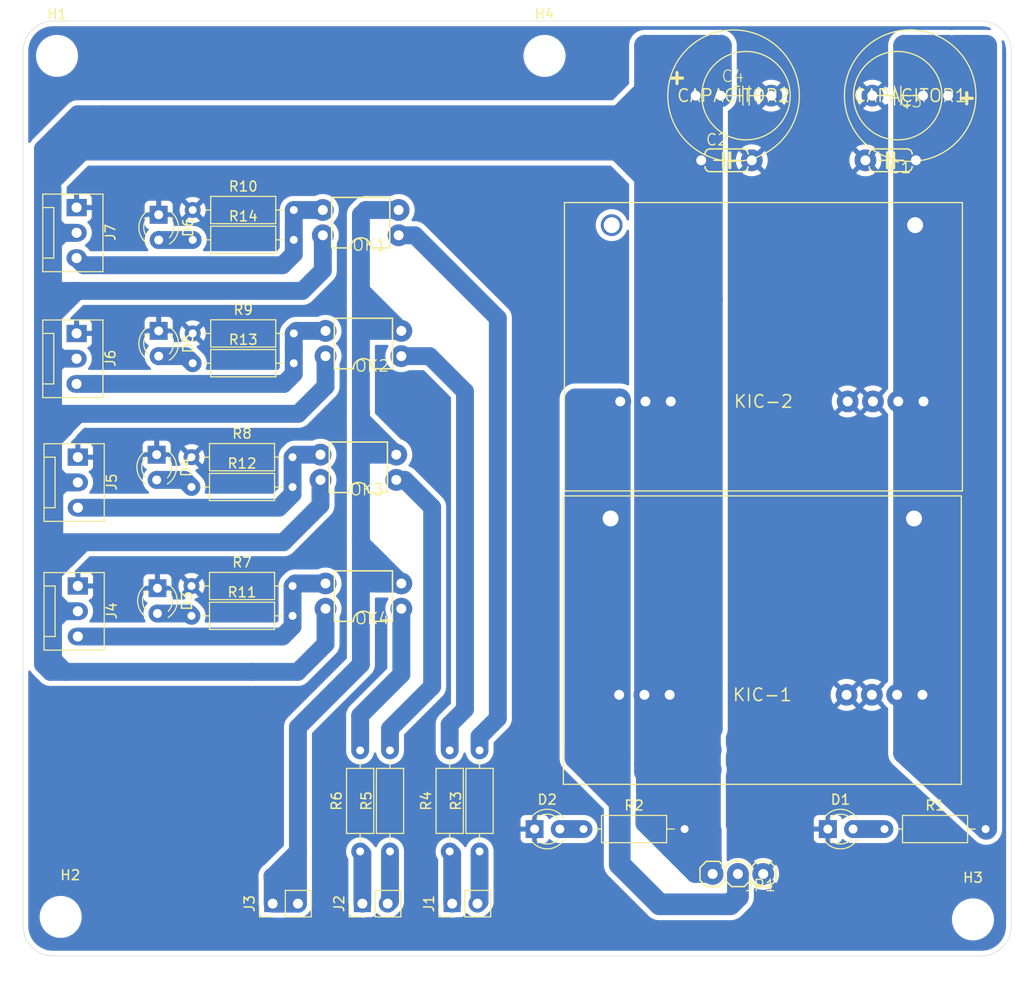
<source format=kicad_pcb>
(kicad_pcb (version 20211014) (generator pcbnew)
  (layers (0 "F.Cu" signal) (31 "B.Cu" signal) (34 "B.Paste" user) (35 "F.Paste" user) (36 "B.SilkS" user "B.Silkscreen") (37 "F.SilkS" user "F.Silkscreen") (38 "B.Mask" user) (39 "F.Mask" user) (44 "Edge.Cuts" user))
  (net 0 "")
  (net 1 "+24V")
  (net 2 "GND")
  (net 3 "ADJ")
  (net 4 "S1")
  (net 5 "S2")
  (net 6 "S3")
  (net 7 "S4")
  (net 8 "GND12")
  (net 9 "Net-(D1-Pad2)")
  (net 10 "Net-(D2-Pad2)")
  (net 11 "Net-(D3-Pad2)")
  (net 12 "Net-(D4-Pad2)")
  (net 13 "Net-(D5-Pad2)")
  (net 14 "Net-(D6-Pad2)")
  (net 15 "SS1")
  (net 16 "SS2")
  (net 17 "SS3")
  (net 18 "SS4")
  (net 19 "Net-(OK1-Pad1)")
  (net 20 "Net-(OK3-Pad1)")
  (net 21 "Net-(OK4-Pad1)")
  (net 22 "+5V")
  (net 23 "Net-(R4-Pad2)")
  (footprint "Resistor_THT:R_Axial_DIN0207_L6.3mm_D2.5mm_P10.16mm_Horizontal" (layer "F.Cu") (at 155.17 139.25)
    (fp_text reference "R2")
    (fp_text value "1k")
  )
  (footprint "Connector_PinHeader_2.54mm:PinHeader_1x02_P2.54mm_Vertical" (layer "F.Cu") (at 132.943 146.75 90)
    (fp_text reference "J2")
    (fp_text value "Conn_01x02")
  )
  (footprint "MountingHole:MountingHole_3.2mm_M3" (layer "F.Cu") (at 102.616 148.082)
    (fp_text reference "H2")
    (fp_text value "MountingHole")
  )
  (footprint "Resistor_THT:R_Axial_DIN0207_L6.3mm_D2.5mm_P10.16mm_Horizontal" (layer "F.Cu") (at 185.42 139.25)
    (fp_text reference "R1")
    (fp_text value "2.2k")
  )
  (footprint "Resistor_THT:R_Axial_DIN0207_L6.3mm_D2.5mm_P10.16mm_Horizontal" (layer "F.Cu") (at 115.766 114.808)
    (fp_text reference "R7")
    (fp_text value "500")
  )
  (footprint "Resistor_THT:R_Axial_DIN0207_L6.3mm_D2.5mm_P10.16mm_Horizontal" (layer "F.Cu") (at 115.766 104.854)
    (fp_text reference "R12")
    (fp_text value "300")
  )
  (footprint "untitled:MLCC_50" (layer "F.Cu") (at 169.54 72)
    (fp_text reference "C2")
    (fp_text value "MLCC-5")
  )
  (footprint "Resistor_THT:R_Axial_DIN0207_L6.3mm_D2.5mm_P10.16mm_Horizontal" (layer "F.Cu") (at 115.888 80)
    (fp_text reference "R14")
    (fp_text value "300")
  )
  (footprint "untitled:KIC-053" (layer "F.Cu") (at 173.25 96.25)
    (fp_text reference "KIC-2")
    (fp_text value "KIC-053")
  )
  (footprint "LED_THT:LED_D3.0mm" (layer "F.Cu") (at 112.268 101.6 -90)
    (fp_text reference "D4")
    (fp_text value "LED")
  )
  (footprint "Connector_PinHeader_2.54mm:PinHeader_1x02_P2.54mm_Vertical" (layer "F.Cu") (at 141.968 146.75 90)
    (fp_text reference "J1")
    (fp_text value "Conn_01x02")
  )
  (footprint "Resistor_THT:R_Axial_DIN0207_L6.3mm_D2.5mm_P10.16mm_Horizontal" (layer "F.Cu") (at 132.718 141.5 90)
    (fp_text reference "R6")
    (fp_text value "230")
  )
  (footprint "untitled:1X03" (layer "F.Cu") (at 170.688 143.764 180)
    (fp_text reference "JP1")
    (fp_text value "PINHD-1X3")
  )
  (footprint "LED_THT:LED_D3.0mm" (layer "F.Cu") (at 112.468 89.154 -90)
    (fp_text reference "D5")
    (fp_text value "LED")
  )
  (footprint "Resistor_THT:R_Axial_DIN0207_L6.3mm_D2.5mm_P10.16mm_Horizontal" (layer "F.Cu") (at 115.766 117.808)
    (fp_text reference "R11")
    (fp_text value "300")
  )
  (footprint "untitled:DIP4" (layer "F.Cu") (at 132.778 78.27 90)
    (fp_text reference "OK1")
    (fp_text value "TLP621")
  )
  (footprint "untitled:DIP4" (layer "F.Cu") (at 132.54 102.87 90)
    (fp_text reference "OK3")
    (fp_text value "TLP621")
  )
  (footprint "untitled:C_330U" (layer "F.Cu") (at 186.75 65.5 180)
    (fp_text reference "C3")
    (fp_text value "CAPACITOR-330U")
  )
  (footprint "Connector:FanPinHeader_1x03_P2.54mm_Vertical" (layer "F.Cu") (at 104.218 76.75 -90)
    (fp_text reference "J7")
    (fp_text value "0103")
  )
  (footprint "untitled:KIC-053" (layer "F.Cu") (at 173.14 125.75)
    (fp_text reference "KIC-1")
    (fp_text value "KIC-053")
  )
  (footprint "MountingHole:MountingHole_3.2mm_M3" (layer "F.Cu") (at 151.25 61.5)
    (fp_text reference "H4")
    (fp_text value "MountingHole")
  )
  (footprint "untitled:MLCC_50" (layer "F.Cu") (at 186.04 72 180)
    (fp_text reference "C1")
    (fp_text value "MLCC-5")
  )
  (footprint "Resistor_THT:R_Axial_DIN0207_L6.3mm_D2.5mm_P10.16mm_Horizontal" (layer "F.Cu") (at 115.888 92.408)
    (fp_text reference "R13")
    (fp_text value "300")
  )
  (footprint "Connector:FanPinHeader_1x03_P2.54mm_Vertical" (layer "F.Cu") (at 104.346 114.808 -90)
    (fp_text reference "J4")
    (fp_text value "0103")
  )
  (footprint "MountingHole:MountingHole_3.2mm_M3" (layer "F.Cu") (at 194.31 148.336)
    (fp_text reference "H3")
    (fp_text value "MountingHole")
  )
  (footprint "Resistor_THT:R_Axial_DIN0207_L6.3mm_D2.5mm_P10.16mm_Horizontal" (layer "F.Cu") (at 115.888 89.408)
    (fp_text reference "R9")
    (fp_text value "500")
  )
  (footprint "untitled:CAPACITOR" (layer "F.Cu") (at 170.25 65.5 180)
    (fp_text reference "CAPACITOR2")
    (fp_text value "CAPACITOR")
  )
  (footprint "Connector_PinHeader_2.54mm:PinHeader_1x02_P2.54mm_Vertical" (layer "F.Cu") (at 123.928 146.75 90)
    (fp_text reference "J3")
    (fp_text value "Conn_01x02")
  )
  (footprint "untitled:DIP4" (layer "F.Cu") (at 133.048 115.824 90)
    (fp_text reference "OK4")
    (fp_text value "TLP621")
  )
  (footprint "untitled:CAPACITOR" (layer "F.Cu") (at 188 65.5)
    (fp_text reference "CAPACITOR1")
    (fp_text value "CAPACITOR")
  )
  (footprint "Connector:FanPinHeader_1x03_P2.54mm_Vertical" (layer "F.Cu") (at 104.346 101.854 -90)
    (fp_text reference "J5")
    (fp_text value "0103")
  )
  (footprint "Resistor_THT:R_Axial_DIN0207_L6.3mm_D2.5mm_P10.16mm_Horizontal" (layer "F.Cu") (at 115.888 77)
    (fp_text reference "R10")
    (fp_text value "500")
  )
  (footprint "LED_THT:LED_D3.0mm" (layer "F.Cu") (at 150.25 139.25)
    (fp_text reference "D2")
    (fp_text value "LED")
  )
  (footprint "Resistor_THT:R_Axial_DIN0207_L6.3mm_D2.5mm_P10.16mm_Horizontal" (layer "F.Cu") (at 141.718 141.5 90)
    (fp_text reference "R4")
    (fp_text value "230")
  )
  (footprint "Resistor_THT:R_Axial_DIN0207_L6.3mm_D2.5mm_P10.16mm_Horizontal" (layer "F.Cu") (at 144.718 141.5 90)
    (fp_text reference "R3")
    (fp_text value "230")
  )
  (footprint "LED_THT:LED_D3.0mm" (layer "F.Cu") (at 112.468 77.475 -90)
    (fp_text reference "D6")
    (fp_text value "LED")
  )
  (footprint "LED_THT:LED_D3.0mm" (layer "F.Cu") (at 179.725 139.25)
    (fp_text reference "D1")
    (fp_text value "LED")
  )
  (footprint "untitled:DIP4" (layer "F.Cu") (at 133.048 90.424 90)
    (fp_text reference "OK2")
    (fp_text value "TLP621")
  )
  (footprint "LED_THT:LED_D3.0mm" (layer "F.Cu") (at 112.346 115.033 -90)
    (fp_text reference "D3")
    (fp_text value "LED")
  )
  (footprint "Resistor_THT:R_Axial_DIN0207_L6.3mm_D2.5mm_P10.16mm_Horizontal" (layer "F.Cu") (at 115.766 101.854)
    (fp_text reference "R8")
    (fp_text value "500")
  )
  (footprint "MountingHole:MountingHole_3.2mm_M3" (layer "F.Cu") (at 102.25 61.5)
    (fp_text reference "H1")
    (fp_text value "MountingHole")
  )
  (footprint "Resistor_THT:R_Axial_DIN0207_L6.3mm_D2.5mm_P10.16mm_Horizontal" (layer "F.Cu") (at 135.718 141.5 90)
    (fp_text reference "R5")
    (fp_text value "230")
  )
  (footprint "untitled:C_330U" (layer "F.Cu") (at 171.5 65.5)
    (fp_text reference "C4")
    (fp_text value "CAPACITOR-330U")
  )
  (footprint "Connector:FanPinHeader_1x03_P2.54mm_Vertical" (layer "F.Cu") (at 104.218 89.408 -90)
    (fp_text reference "J6")
    (fp_text value "0103")
  )
  (gr_line (start 198.1511 149.0036) (end 198.1511 61.0036) (layer "Edge.Cuts") (width 0.05))
  (gr_arc (start 198.1511 149.0036) (mid 197.27242 151.12492) (end 195.1511 152.0036) (layer "Edge.Cuts") (width 0.05))
  (gr_arc (start 98.8511 61.0036) (mid 99.72978 58.88228) (end 101.8511 58.0036) (layer "Edge.Cuts") (width 0.05))
  (gr_line (start 195.1511 58.0036) (end 101.8511 58.0036) (layer "Edge.Cuts") (width 0.05))
  (gr_arc (start 101.8511 152.0036) (mid 99.72978 151.12492) (end 98.8511 149.0036) (layer "Edge.Cuts") (width 0.05))
  (gr_arc (start 195.1511 58.0036) (mid 197.27242 58.88228) (end 198.1511 61.0036) (layer "Edge.Cuts") (width 0.05))
  (gr_line (start 101.8511 152.0036) (end 195.1511 152.0036) (layer "Edge.Cuts") (width 0.05))
  (gr_line (start 98.8511 61.0036) (end 98.8511 149.0036) (layer "Edge.Cuts") (width 0.05))
  (segment (start 189.9261 60.4836) (end 189.9261 61.1186) (width 2.1844) (layer "B.Cu") (net 1))
  (segment (start 189.9261 61.1186) (end 190.5611 61.7536) (width 2.1844) (layer "B.Cu") (net 1))
  (segment (start 186.9661 125.6036) (end 186.9661 96.0436) (width 0.4064) (layer "B.Cu") (net 1))
  (segment (start 195.6411 60.4836) (end 193.7361 60.4836) (width 2.1844) (layer "B.Cu") (net 1))
  (segment (start 190.5611 66.8336) (end 189.2911 65.5636) (width 0.4064) (layer "B.Cu") (net 1))
  (segment (start 188.5611 71.9136) (end 190.5611 66.8336) (width 0.4064) (layer "B.Cu") (net 1))
  (segment (start 187.3861 131.6036) (end 186.7511 131.6036) (width 0.4064) (layer "B.Cu") (net 1))
  (segment (start 190.5611 132.8736) (end 191.8311 134.1436) (width 2.1844) (layer "B.Cu") (net 1))
  (segment (start 191.8311 63.0236) (end 189.2911 60.4836) (width 2.1844) (layer "B.Cu") (net 1))
  (segment (start 193.7361 60.4836) (end 193.7361 134.7786) (width 2.1844) (layer "B.Cu") (net 1))
  (segment (start 190.5611 61.7536) (end 191.8311 65.5636) (width 0.4064) (layer "B.Cu") (net 1))
  (segment (start 193.7361 134.7786) (end 194.3711 135.4136) (width 2.1844) (layer "B.Cu") (net 1))
  (segment (start 189.2911 63.0236) (end 190.5611 61.7536) (width 0.4064) (layer "B.Cu") (net 1))
  (segment (start 191.8311 65.5636) (end 191.8311 134.1436) (width 2.1844) (layer "B.Cu") (net 1))
  (segment (start 189.5061 72.9686) (end 188.5611 71.9136) (width 0.4064) (layer "B.Cu") (net 1))
  (segment (start 189.5061 96.0436) (end 189.5061 72.9686) (width 0.4064) (layer "B.Cu") (net 1))
  (segment (start 189.2911 60.4836) (end 189.9261 60.4836) (width 2.1844) (layer "B.Cu") (net 1))
  (segment (start 195.6411 137.7386) (end 189.5061 125.6036) (width 0.4064) (layer "B.Cu") (net 1))
  (segment (start 195.6411 137.9536) (end 195.6411 60.4836) (width 2.1844) (layer "B.Cu") (net 1))
  (segment (start 195.6411 139.2236) (end 195.6411 137.9536) (width 2.1844) (layer "B.Cu") (net 1))
  (segment (start 186.7511 96.0436) (end 186.9661 96.0436) (width 0.4064) (layer "B.Cu") (net 1))
  (segment (start 189.2911 65.5636) (end 189.2911 63.0236) (width 0.4064) (layer "B.Cu") (net 1))
  (segment (start 191.8311 134.1436) (end 195.6411 137.9536) (width 2.1844) (layer "B.Cu") (net 1))
  (segment (start 195.6411 137.9536) (end 195.6411 137.7386) (width 0.4064) (layer "B.Cu") (net 1))
  (segment (start 189.9261 60.4836) (end 191.8311 65.5636) (width 2.1844) (layer "B.Cu") (net 1))
  (segment (start 189.29 65.5) (end 191.7675 65.5) (width 1.8) (layer "B.Cu") (net 1))
  (segment (start 187.3861 131.6036) (end 195.6411 139.2236) (width 2.1844) (layer "B.Cu") (net 1))
  (segment (start 186.9661 96.2586) (end 186.7511 96.0436) (width 0.4064) (layer "B.Cu") (net 1))
  (segment (start 187.3861 131.6036) (end 187.3861 60.4836) (width 2.1844) (layer "B.Cu") (net 1))
  (segment (start 190.5611 61.7536) (end 190.5611 132.8736) (width 2.1844) (layer "B.Cu") (net 1))
  (segment (start 191.7675 65.5) (end 191.8311 65.5636) (width 1.8) (layer "B.Cu") (net 1))
  (segment (start 189.2911 131.6036) (end 187.3861 131.6036) (width 2.1844) (layer "B.Cu") (net 1))
  (segment (start 189.2911 96.0436) (end 189.2911 131.6036) (width 0.4064) (layer "B.Cu") (net 1))
  (segment (start 189.2911 61.1186) (end 189.9261 60.4836) (width 2.1844) (layer "B.Cu") (net 1))
  (segment (start 189.2911 96.0436) (end 189.5061 96.0436) (width 0.4064) (layer "B.Cu") (net 1))
  (segment (start 189.9261 60.4836) (end 191.8311 60.4836) (width 2.1844) (layer "B.Cu") (net 1))
  (segment (start 186.9661 125.6036) (end 186.9661 96.2586) (width 0.4064) (layer "B.Cu") (net 1))
  (segment (start 187.3861 60.4836) (end 189.2911 60.4836) (width 2.1844) (layer "B.Cu") (net 1))
  (segment (start 192.4661 60.4836) (end 193.7361 60.4836) (width 2.1844) (layer "B.Cu") (net 1))
  (segment (start 186.9661 96.0436) (end 189.2911 96.0436) (width 0.4064) (layer "B.Cu") (net 1))
  (segment (start 194.3711 68.1036) (end 191.8311 63.0236) (width 2.1844) (layer "B.Cu") (net 1))
  (segment (start 191.8311 60.4836) (end 191.8311 63.0236) (width 2.1844) (layer "B.Cu") (net 1))
  (segment (start 190.5611 132.8736) (end 189.2911 131.6036) (width 2.1844) (layer "B.Cu") (net 1))
  (segment (start 189.2911 131.6036) (end 189.2911 61.1186) (width 2.1844) (layer "B.Cu") (net 1))
  (segment (start 156.2711 131.6036) (end 156.2711 97.3136) (width 2.1844) (layer "B.Cu") (net 3))
  (segment (start 157 133.75) (end 157 131.5) (width 2.1844) (layer "B.Cu") (net 3))
  (segment (start 157.5411 98.9336) (end 157.2711 98.6636) (width 2.1844) (layer "B.Cu") (net 3))
  (segment (start 157.5411 130.9686) (end 157.5411 98.9336) (width 2.1844) (layer "B.Cu") (net 3))
  (segment (start 162.814 146.812) (end 169.926 146.812) (width 2.1844) (layer "B.Cu") (net 3))
  (segment (start 158.8111 131.6036) (end 156.2711 131.6036) (width 2.1844) (layer "B.Cu") (net 3))
  (segment (start 159.0261 125.6036) (end 158.8111 131.6036) (width 0.4064) (layer "B.Cu") (net 3))
  (segment (start 158.75 135.5) (end 157 133.75) (width 2.1844) (layer "B.Cu") (net 3))
  (segment (start 157.5411 98.3936) (end 157.2711 98.6636) (width 2.1844) (layer "B.Cu") (net 3))
  (segment (start 159.0261 125.6036) (end 159.0261 96.0436) (width 0.4064) (layer "B.Cu") (net 3))
  (segment (start 157.75 135.5) (end 158.8111 136.5611) (width 2.1844) (layer "B.Cu") (net 3))
  (segment (start 169.926 146.812) (end 170.688 146.05) (width 2.1844) (layer "B.Cu") (net 3))
  (segment (start 158.8111 96.0436) (end 154.3661 96.0436) (width 2.1844) (layer "B.Cu") (net 3))
  (segment (start 158.8111 136.5611) (end 158.8111 142.8091) (width 2.1844) (layer "B.Cu") (net 3))
  (segment (start 158.8111 131.6036) (end 158.8111 96.0436) (width 2.1844) (layer "B.Cu") (net 3))
  (segment (start 158.8111 136.5611) (end 158.8111 131.6036) (width 2.1844) (layer "B.Cu") (net 3))
  (segment (start 156.2711 97.3136) (end 157.5411 97.3136) (width 2.1844) (layer "B.Cu") (net 3))
  (segment (start 154.3661 131.6036) (end 156.2711 131.6036) (width 2.1844) (layer "B.Cu") (net 3))
  (segment (start 154.3661 96.0436) (end 154.3661 131.6036) (width 2.1844) (layer "B.Cu") (net 3))
  (segment (start 157.75 135.5) (end 158.75 135.5) (width 2.1844) (layer "B.Cu") (net 3))
  (segment (start 157.5411 97.3136) (end 157.5411 98.3936) (width 2.1844) (layer "B.Cu") (net 3))
  (segment (start 170.688 146.05) (end 170.688 143.764) (width 2.1844) (layer "B.Cu") (net 3))
  (segment (start 154.3661 131.6036) (end 154.3661 132.1161) (width 2.1844) (layer "B.Cu") (net 3))
  (segment (start 158.8111 142.8091) (end 162.814 146.812) (width 2.1844) (layer "B.Cu") (net 3))
  (segment (start 154.3661 132.1161) (end 157.75 135.5) (width 2.1844) (layer "B.Cu") (net 3))
  (segment (start 144.718 141.5) (end 144.718 146.54) (width 1.8) (layer "B.Cu") (net 4))
  (segment (start 144.718 146.54) (end 144.508 146.75) (width 1.8) (layer "B.Cu") (net 4))
  (segment (start 141.968 146.75) (end 141.968 141.75) (width 1.8) (layer "B.Cu") (net 5))
  (segment (start 141.968 141.75) (end 141.718 141.5) (width 1.8) (layer "B.Cu") (net 5))
  (segment (start 135.718 141.5) (end 135.718 146.515) (width 1.8) (layer "B.Cu") (net 6))
  (segment (start 135.718 146.515) (end 135.483 146.75) (width 1.8) (layer "B.Cu") (net 6))
  (segment (start 132.943 146.75) (end 132.943 141.725) (width 1.8) (layer "B.Cu") (net 7))
  (segment (start 132.943 141.725) (end 132.718 141.5) (width 1.8) (layer "B.Cu") (net 7))
  (segment (start 132.794 122.682) (end 126.468 129.008) (width 1.8) (layer "B.Cu") (net 8))
  (segment (start 125.936 144.018) (end 126.468 144.55) (width 1.8) (layer "B.Cu") (net 8))
  (segment (start 133.81 87.63) (end 133.81 89.154) (width 1.8) (layer "B.Cu") (net 8))
  (segment (start 132.794 86.614) (end 133.81 87.63) (width 1.8) (layer "B.Cu") (net 8))
  (segment (start 123.928 144.21) (end 126.468 146.75) (width 1.8) (layer "B.Cu") (net 8))
  (segment (start 132.794 85.09) (end 132.794 84.836) (width 1.8) (layer "B.Cu") (net 8))
  (segment (start 133.264 77) (end 132.794 77.47) (width 1.8) (layer "B.Cu") (net 8))
  (segment (start 136.858 114.554) (end 133.302 114.554) (width 1.8) (layer "B.Cu") (net 8))
  (segment (start 123.904 144.018) (end 125.936 144.018) (width 1.8) (layer "B.Cu") (net 8))
  (segment (start 134.064 113.03) (end 134.064 113.792) (width 1.8) (layer "B.Cu") (net 8))
  (segment (start 132.794 107.188) (end 132.794 109.982) (width 1.8) (layer "B.Cu") (net 8))
  (segment (start 132.794 109.982) (end 132.794 111.506) (width 1.8) (layer "B.Cu") (net 8))
  (segment (start 136.35 101.6) (end 133.302 101.6) (width 1.8) (layer "B.Cu") (net 8))
  (segment (start 136.35 101.6) (end 133.937 99.187) (width 1.8) (layer "B.Cu") (net 8))
  (segment (start 136.588 77) (end 133.264 77) (width 1.8) (layer "B.Cu") (net 8))
  (segment (start 132.794 84.836) (end 132.794 86.614) (width 1.8) (layer "B.Cu") (net 8))
  (segment (start 132.794 77.47) (end 132.794 84.836) (width 1.8) (layer "B.Cu") (net 8))
  (segment (start 132.794 86.614) (end 132.794 89.154) (width 1.8) (layer "B.Cu") (net 8))
  (segment (start 133.81 89.154) (end 132.794 89.154) (width 1.8) (layer "B.Cu") (net 8))
  (segment (start 132.794 110.49) (end 132.794 109.982) (width 1.8) (layer "B.Cu") (net 8))
  (segment (start 133.302 114.554) (end 132.794 115.062) (width 1.8) (layer "B.Cu") (net 8))
  (segment (start 126.468 144.55) (end 126.468 146.75) (width 1.8) (layer "B.Cu") (net 8))
  (segment (start 132.794 97.282) (end 132.794 102.108) (width 1.8) (layer "B.Cu") (net 8))
  (segment (start 123.928 144.042) (end 123.928 144.21) (width 1.8) (layer "B.Cu") (net 8))
  (segment (start 123.928 144.042) (end 123.904 144.018) (width 1.8) (layer "B.Cu") (net 8))
  (segment (start 132.794 111.506) (end 132.794 115.062) (width 1.8) (layer "B.Cu") (net 8))
  (segment (start 132.794 98.044) (end 132.794 97.282) (width 1.8) (layer "B.Cu") (net 8))
  (segment (start 123.928 144.042) (end 126.468 141.502) (width 1.8) (layer "B.Cu") (net 8))
  (segment (start 133.302 101.6) (end 132.794 102.108) (width 1.8) (layer "B.Cu") (net 8))
  (segment (start 134.699 112.395) (end 133.81 111.506) (width 1.8) (layer "B.Cu") (net 8))
  (segment (start 123.928 146.75) (end 123.928 144.042) (width 1.8) (layer "B.Cu") (net 8))
  (segment (start 136.858 114.554) (end 134.699 112.395) (width 1.8) (layer "B.Cu") (net 8))
  (segment (start 133.937 99.187) (end 132.794 98.044) (width 1.8) (layer "B.Cu") (net 8))
  (segment (start 132.794 89.154) (end 132.794 97.282) (width 1.8) (layer "B.Cu") (net 8))
  (segment (start 132.794 115.062) (end 132.794 122.682) (width 1.8) (layer "B.Cu") (net 8))
  (segment (start 136.858 114.554) (end 134.366 114.554) (width 1.8) (layer "B.Cu") (net 8))
  (segment (start 134.064 113.792) (end 133.834 114.022) (width 1.8) (layer "B.Cu") (net 8))
  (segment (start 126.468 141.502) (end 126.468 144.55) (width 1.8) (layer "B.Cu") (net 8))
  (segment (start 136.858 89.154) (end 133.81 89.154) (width 1.8) (layer "B.Cu") (net 8))
  (segment (start 126.468 146.75) (end 123.928 146.75) (width 1.8) (layer "B.Cu") (net 8))
  (segment (start 132.794 102.108) (end 132.794 107.188) (width 1.8) (layer "B.Cu") (net 8))
  (segment (start 126.468 129.008) (end 126.468 141.502) (width 1.8) (layer "B.Cu") (net 8))
  (segment (start 133.937 100.965) (end 133.302 101.6) (width 1.8) (layer "B.Cu") (net 8))
  (segment (start 134.699 112.395) (end 134.064 113.03) (width 1.8) (layer "B.Cu") (net 8))
  (segment (start 134.366 114.554) (end 133.834 114.022) (width 1.8) (layer "B.Cu") (net 8))
  (segment (start 136.858 89.154) (end 132.794 85.09) (width 1.8) (layer "B.Cu") (net 8))
  (segment (start 133.81 111.506) (end 132.794 111.506) (width 1.8) (layer "B.Cu") (net 8))
  (segment (start 133.937 99.187) (end 133.937 100.965) (width 1.8) (layer "B.Cu") (net 8))
  (segment (start 136.858 114.554) (end 132.794 110.49) (width 1.8) (layer "B.Cu") (net 8))
  (segment (start 133.834 114.022) (end 133.302 114.554) (width 1.8) (layer "B.Cu") (net 8))
  (segment (start 182.265 139.25) (end 185.42 139.25) (width 1.8) (layer "B.Cu") (net 9))
  (segment (start 152.79 139.25) (end 155.17 139.25) (width 1.8) (layer "B.Cu") (net 10))
  (segment (start 115.531 117.573) (end 115.766 117.808) (width 1.8) (layer "B.Cu") (net 11))
  (segment (start 112.346 117.573) (end 115.531 117.573) (width 1.8) (layer "B.Cu") (net 11))
  (segment (start 112.268 104.14) (end 115.052 104.14) (width 1.8) (layer "B.Cu") (net 12))
  (segment (start 115.052 104.14) (end 115.766 104.854) (width 1.8) (layer "B.Cu") (net 12))
  (segment (start 112.468 91.694) (end 115.174 91.694) (width 1.8) (layer "B.Cu") (net 13))
  (segment (start 115.174 91.694) (end 115.888 92.408) (width 1.8) (layer "B.Cu") (net 13))
  (segment (start 112.468 80.015) (end 115.873 80.015) (width 1.8) (layer "B.Cu") (net 14))
  (segment (start 115.873 80.015) (end 115.888 80) (width 1.8) (layer "B.Cu") (net 14))
  (segment (start 125.926 114.808) (end 125.926 117.808) (width 1.8) (layer "B.Cu") (net 15))
  (segment (start 125.926 118.882) (end 125.926 117.808) (width 1.8) (layer "B.Cu") (net 15))
  (segment (start 104.346 119.888) (end 124.92 119.888) (width 1.8) (layer "B.Cu") (net 15))
  (segment (start 129.238 114.554) (end 126.18 114.554) (width 1.8) (layer "B.Cu") (net 15))
  (segment (start 126.18 114.554) (end 125.926 114.808) (width 1.8) (layer "B.Cu") (net 15))
  (segment (start 124.92 119.888) (end 125.926 118.882) (width 1.8) (layer "B.Cu") (net 15))
  (segment (start 128.73 101.6) (end 126.18 101.6) (width 1.8) (layer "B.Cu") (net 16))
  (segment (start 125.926 105.572) (end 124.564 106.934) (width 1.8) (layer "B.Cu") (net 16))
  (segment (start 125.926 101.854) (end 125.926 104.854) (width 1.8) (layer "B.Cu") (net 16))
  (segment (start 125.926 104.854) (end 125.926 105.572) (width 1.8) (layer "B.Cu") (net 16))
  (segment (start 126.18 101.6) (end 125.926 101.854) (width 1.8) (layer "B.Cu") (net 16))
  (segment (start 124.564 106.934) (end 104.346 106.934) (width 1.8) (layer "B.Cu") (net 16))
  (segment (start 126.048 93.478) (end 125.038 94.488) (width 1.8) (layer "B.Cu") (net 17))
  (segment (start 126.302 89.154) (end 126.048 89.408) (width 1.8) (layer "B.Cu") (net 17))
  (segment (start 129.238 89.154) (end 126.302 89.154) (width 1.8) (layer "B.Cu") (net 17))
  (segment (start 126.048 90.79) (end 126.048 89.408) (width 1.8) (layer "B.Cu") (net 17))
  (segment (start 126.048 92.408) (end 126.048 90.79) (width 1.8) (layer "B.Cu") (net 17))
  (segment (start 126.048 92.408) (end 126.048 93.478) (width 1.8) (layer "B.Cu") (net 17))
  (segment (start 125.038 94.488) (end 104.218 94.488) (width 1.8) (layer "B.Cu") (net 17))
  (segment (start 126.048 80) (end 126.048 81.422) (width 1.8) (layer "B.Cu") (net 18))
  (segment (start 124.92 82.55) (end 104.938 82.55) (width 1.8) (layer "B.Cu") (net 18))
  (segment (start 128.968 77) (end 126.048 77) (width 1.8) (layer "B.Cu") (net 18))
  (segment (start 126.048 81.422) (end 124.92 82.55) (width 1.8) (layer "B.Cu") (net 18))
  (segment (start 126.048 77) (end 126.048 80) (width 1.8) (layer "B.Cu") (net 18))
  (segment (start 104.938 82.55) (end 104.218 81.83) (width 1.8) (layer "B.Cu") (net 18))
  (segment (start 146.558 87.884) (end 146.558 128.108) (width 1.8) (layer "B.Cu") (net 19))
  (segment (start 144.718 129.948) (end 144.718 131.34) (width 1.8) (layer "B.Cu") (net 19))
  (segment (start 138.214 79.54) (end 146.558 87.884) (width 1.8) (layer "B.Cu") (net 19))
  (segment (start 136.588 79.54) (end 138.214 79.54) (width 1.8) (layer "B.Cu") (net 19))
  (segment (start 146.558 128.108) (end 144.718 129.948) (width 1.8) (layer "B.Cu") (net 19))
  (segment (start 137.208 104.14) (end 136.35 104.14) (width 1.8) (layer "B.Cu") (net 20))
  (segment (start 139.954 124.92) (end 139.954 106.886) (width 1.8) (layer "B.Cu") (net 20))
  (segment (start 139.954 106.886) (end 137.208 104.14) (width 1.8) (layer "B.Cu") (net 20))
  (segment (start 135.718 129.156) (end 139.954 124.92) (width 1.8) (layer "B.Cu") (net 20))
  (segment (start 135.718 131.34) (end 135.718 129.156) (width 1.8) (layer "B.Cu") (net 20))
  (segment (start 132.718 127.838) (end 132.718 131.34) (width 1.8) (layer "B.Cu") (net 21))
  (segment (start 136.858 117.094) (end 136.858 123.698) (width 1.8) (layer "B.Cu") (net 21))
  (segment (start 136.858 123.698) (end 132.718 127.838) (width 1.8) (layer "B.Cu") (net 21))
  (segment (start 161.3511 71.4351) (end 161.3511 72.0749) (width 2.1844) (layer "B.Cu") (net 22))
  (segment (start 164.8911 125.9686) (end 164.8911 127.8736) (width 2.1844) (layer "B.Cu") (net 22))
  (segment (start 104.902 70.866) (end 107.696 70.866) (width 1.8) (layer "B.Cu") (net 22))
  (segment (start 168.9711 63.0236) (end 166.4311 65.5636) (width 2.1844) (layer "B.Cu") (net 22))
  (segment (start 163.3402 136.04) (end 164.75 136.04) (width 2.1844) (layer "B.Cu") (net 22))
  (segment (start 104.388 97.494) (end 101.848 97.494) (width 1.8) (layer "B.Cu") (net 22))
  (segment (start 101.848 79.29) (end 101.848 80.258) (width 1.8) (layer "B.Cu") (net 22))
  (segment (start 104.938 110.406) (end 103.246 112.098) (width 1.8) (layer "B.Cu") (net 22))
  (segment (start 162.6211 133.5086) (end 162.6211 135.3209) (width 2.1844) (layer "B.Cu") (net 22))
  (segment (start 162.6211 62.3886) (end 163.8911 61.1186) (width 2.1844) (layer "B.Cu") (net 22))
  (segment (start 166.37 143.764) (end 168.148 143.764) (width 1.8) (layer "B.Cu") (net 22))
  (segment (start 161.3511 137.6069) (end 161.29 137.668) (width 1.8) (layer "B.Cu") (net 22))
  (segment (start 101.848 92.704) (end 101.848 97.494) (width 1.8) (layer "B.Cu") (net 22))
  (segment (start 166.4311 63.0236) (end 167.7011 64.2936) (width 2.1844) (layer "B.Cu") (net 22))
  (segment (start 104.346 104.394) (end 102.86 104.394) (width 1.8) (layer "B.Cu") (net 22))
  (segment (start 164.719 142.113) (end 165.694 141.138) (width 1.8) (layer "B.Cu") (net 22))
  (segment (start 166.4311 64.9286) (end 166.4311 85.2486) (width 2.1844) (layer "B.Cu") (net 22))
  (segment (start 102.997 69.723) (end 103.124 69.596) (width 1.8) (layer "B.Cu") (net 22))
  (segment (start 164.5261 63.0236) (end 166.4311 64.9286) (width 2.1844) (layer "B.Cu") (net 22))
  (segment (start 101.848 91.192) (end 101.848 90.418) (width 1.8) (layer "B.Cu") (net 22))
  (segment (start 167.96 139.25) (end 168.148 139.438) (width 1.8) (layer "B.Cu") (net 22))
  (segment (start 101.848 116.176) (end 101.848 118.358) (width 1.8) (layer "B.Cu") (net 22))
  (segment (start 168.9711 71.9136) (end 168.9711 65.5636) (width 0.4064) (layer "B.Cu") (net 22))
  (segment (start 101.848 87.588) (end 101.848 90.418) (width 1.8) (layer "B.Cu") (net 22))
  (segment (start 100.838 70.866) (end 101.981 69.723) (width 1.8) (layer "B.Cu") (net 22))
  (segment (start 162.3511 131.6836) (end 163.1836 131.6836) (width 2.1844) (layer "B.Cu") (net 22))
  (segment (start 168.0661 85.9636) (end 168.0661 129.1436) (width 2.1844) (layer "B.Cu") (net 22))
  (segment (start 162.3511 133.5086) (end 162.6211 133.5086) (width 2.1844) (layer "B.Cu") (net 22))
  (segment (start 164.4914 133.5086) (end 167.7414 133.5086) (width 2.1844) (layer "B.Cu") (net 22))
  (segment (start 167.4311 129.7786) (end 165.5261 129.7786) (width 2.1844) (layer "B.Cu") (net 22))
  (segment (start 161.3511 64.7089) (end 161.3511 63.9469) (width 1.8) (layer "B.Cu") (net 22))
  (segment (start 104.346 104.394) (end 102.7996 104.394) (width 1.8) (layer "B.Cu") (net 22))
  (segment (start 103.124 69.596) (end 103.886 69.596) (width 1.8) (layer "B.Cu") (net 22))
  (segment (start 165.33 139.25) (end 167.96 139.25) (width 1.8) (layer "B.Cu") (net 22))
  (segment (start 167.96 137.46) (end 167.96 139.25) (width 1.8) (layer "B.Cu") (net 22))
  (segment (start 161.3511 132.6836) (end 162.3511 131.6836) (width 2.1844) (layer "B.Cu") (net 22))
  (segment (start 106.8729 67.3711) (end 158.6889 67.3711) (width 1.8) (layer "B.Cu") (net 22))
  (segment (start 165.694 141.138) (end 165.694 139.614) (width 1.8) (layer "B.Cu") (net 22))
  (segment (start 126.444 123.444) (end 121.872 123.444) (width 1.8) (layer "B.Cu") (net 22))
  (segment (start 165.694 141.138) (end 165.272 140.716) (width 1.8) (layer "B.Cu") (net 22))
  (segment (start 164.1061 96.0436) (end 162.4311 96.0436) (width 2.1844) (layer "B.Cu") (net 22))
  (segment (start 161.036 71.12) (end 161.3511 71.4351) (width 1.8) (layer "B.Cu") (net 22))
  (segment (start 166.21 135.71) (end 167.96 137.46) (width 1.8) (layer "B.Cu") (net 22))
  (segment (start 165.5261 94.8536) (end 166.1611 94.2186) (width 2.1844) (layer "B.Cu") (net 22))
  (segment (start 101.848 116.176) (end 103.02 117.348) (width 1.8) (layer "B.Cu") (net 22))
  (segment (start 167.4311 93.5836) (end 167.4311 85.3286) (width 2.1844) (layer "B.Cu") (net 22))
  (segment (start 167.472 141.392) (end 165.694 139.614) (width 1.8) (layer "B.Cu") (net 22))
  (segment (start 161.29 137.668) (end 161.29 138.684) (width 1.8) (layer "B.Cu") (net 22))
  (segment (start 164.8911 127.8736) (end 165.5261 128.5086) (width 2.1844) (layer "B.Cu") (net 22))
  (segment (start 166.4311 65.5636) (end 161.3511 60.4836) (width 2.1844) (layer "B.Cu") (net 22))
  (segment (start 164.8911 85.9636) (end 164.8911 91.0436) (width 2.1844) (layer "B.Cu") (net 22))
  (segment (start 100.838 73.406) (end 102.743 71.501) (width 1.8) (layer "B.Cu") (net 22))
  (segment (start 166.1611 92.3136) (end 166.1611 86.5986) (width 2.1844) (layer "B.Cu") (net 22))
  (segment (start 128.968 83.074) (end 126.91 85.132) (width 1.8) (layer "B.Cu") (net 22))
  (segment (start 165.7961 63.6586) (end 166.4311 63.0236) (width 2.1844) (layer "B.Cu") (net 22))
  (segment (start 167.96 134.54) (end 167.96 133.29) (width 1.8) (layer "B.Cu") (net 22))
  (segment (start 103.246 112.098) (end 103.228 112.098) (width 1.8) (layer "B.Cu") (net 22))
  (segment (start 161.3511 133.5086) (end 161.3511 135.2711) (width 1.8) (layer "B.Cu") (net 22))
  (segment (start 103.378 68.326) (end 103.378 69.088) (width 1.8) (layer "B.Cu") (net 22))
  (segment (start 101.806 79.248) (end 101.806 78.534) (width 1.8) (layer "B.Cu") (net 22))
  (segment (start 162.6211 135.3209) (end 162.011 135.931) (width 2.1844) (layer "B.Cu") (net 22))
  (segment (start 163.8911 89.0586) (end 163.8911 63.6586) (width 2.1844) (layer "B.Cu") (net 22))
  (segment (start 162.4311 96.0436) (end 162.3511 96.1236) (width 2.1844) (layer "B.Cu") (net 22))
  (segment (start 164.8911 93.5836) (end 167.4311 93.5836) (width 2.1844) (layer "B.Cu") (net 22))
  (segment (start 161.3511 69.7889) (end 161.3511 71.4351) (width 2.1844) (layer "B.Cu") (net 22))
  (segment (start 162.6211 135.3209) (end 163.3402 136.04) (width 2.1844) (layer "B.Cu") (net 22))
  (segment (start 102.858 117.348) (end 101.848 118.358) (width 1.8) (layer "B.Cu") (net 22))
  (segment (start 167.96 139.25) (end 162.2186 133.5086) (width 1.8) (layer "B.Cu") (net 22))
  (segment (start 104.7936 71.12) (end 100.838 75.0756) (width 1.8) (layer "B.Cu") (net 22))
  (segment (start 105.283 68.961) (end 105.7251 68.5189) (width 1.8) (layer "B.Cu") (net 22))
  (segment (start 158.6889 67.3711) (end 161.3511 64.7089) (width 1.8) (layer "B.Cu") (net 22))
  (segment (start 167.96 134.54) (end 166.21 134.54) (width 1.8) (layer "B.Cu") (net 22))
  (segment (start 161.925 139.319) (end 163.154 138.09) (width 1.8) (layer "B.Cu") (net 22))
  (segment (start 164.424 138.344) (end 165.33 139.25) (width 1.8) (layer "B.Cu") (net 22))
  (segment (start 104.304 85.132) (end 101.848 85.132) (width 1.8) (layer "B.Cu") (net 22))
  (segment (start 128.73 104.14) (end 128.73 106.68) (width 1.8) (layer "B.Cu") (net 22))
  (segment (start 164.4914 133.5086) (end 164.75 133.25) (width 2.1844) (layer "B.Cu") (net 22))
  (segment (start 168.0661 129.1436) (end 167.4311 129.7786) (width 2.1844) (layer "B.Cu") (net 22))
  (segment (start 167.96 137.29) (end 167.96 134.54) (width 1.8) (layer "B.Cu") (net 22))
  (segment (start 103.034 98.848) (end 101.848 98.848) (width 1.8) (layer "B.Cu") (net 22))
  (segment (start 163.83 141.224) (end 164.719 142.113) (width 1.8) (layer "B.Cu") (net 22))
  (segment (start 161.3511 68.5189) (end 161.3511 69.2809) (width 2.1844) (layer "B.Cu") (net 22))
  (segment (start 164.8911 125.9686) (end 164.8911 93.5836) (width 2.1844) (layer "B.Cu") (net 22))
  (segment (start 101.848 80.258) (end 101.848 85.132) (width 1.8) (layer "B.Cu") (net 22))
  (segment (start 161.2289 73.8529) (end 161.3511 73.8529) (width 1.8) (layer "B.Cu") (net 22))
  (segment (start 101.848 97.494) (end 101.848 98.848) (width 1.8) (layer "B.Cu") (net 22))
  (segment (start 168.9711 60.4836) (end 168.9711 63.0236) (width 2.1844) (layer "B.Cu") (net 22))
  (segment (start 101.981 69.723) (end 102.997 69.723) (width 1.8) (layer "B.Cu") (net 22))
  (segment (start 165.5261 129.7786) (end 164.2561 131.0486) (width 2.1844) (layer "B.Cu") (net 22))
  (segment (start 104.938 110.406) (end 101.976 110.406) (width 1.8) (layer "B.Cu") (net 22))
  (segment (start 105.283 68.961) (end 106.8729 67.3711) (width 1.8) (layer "B.Cu") (net 22))
  (segment (start 161.3511 73.8529) (end 161.3511 132.6836) (width 2.1844) (layer "B.Cu") (net 22))
  (segment (start 164.2561 96.7586) (end 164.2561 126.6036) (width 2.1844) (layer "B.Cu") (net 22))
  (segment (start 161.3511 133.5086) (end 161.3511 137.6069) (width 1.8) (layer "B.Cu") (net 22))
  (segment (start 109.2811 69.2809) (end 161.3511 69.2809) (width 1.8) (layer "B.Cu") (net 22))
  (segment (start 126.486 97.494) (end 104.388 97.494) (width 1.8) (layer "B.Cu") (net 22))
  (segment (start 167.7011 64.2936) (end 167.7011 85.2486) (width 2.1844) (layer "B.Cu") (net 22))
  (segment (start 104.388 97.494) (end 103.034 98.848) (width 1.8) (layer "B.Cu") (net 22))
  (segment (start 103.886 69.596) (end 104.267 69.977) (width 1.8) (layer "B.Cu") (net 22))
  (segment (start 102.604 91.948) (end 101.848 92.704) (width 1.8) (layer "B.Cu") (net 22))
  (segment (start 101.848 90.418) (end 101.848 116.176) (width 1.8) (layer "B.Cu") (net 22))
  (segment (start 128.968 79.54) (end 128.968 83.074) (width 1.8) (layer "B.Cu") (net 22))
  (segment (start 101.981 69.723) (end 101.981 70.739) (width 1.8) (layer "B.Cu") (net 22))
  (segment (start 129.238 117.094) (end 129.238 120.65) (width 1.8) (layer "B.Cu") (net 22))
  (segment (start 165.608 143.002) (end 166.37 143.764) (width 1.8) (layer "B.Cu") (net 22))
  (segment (start 166.21 134.54) (end 165.5 135.25) (width 1.8) (layer "B.Cu") (net 22))
  (segment (start 164.1061 96.0436) (end 164.1061 88.8436) (width 2.1844) (layer "B.Cu") (net 22))
  (segment (start 168.0661 85.9636) (end 168.0661 60.5636) (width 2.1844) (layer "B.Cu") (net 22))
  (segment (start 168.148 139.438) (end 168.148 143.764) (width 1.8) (layer "B.Cu") (net 22))
  (segment (start 102.604 91.948) (end 101.848 91.192) (width 1.8) (layer "B.Cu") (net 22))
  (segment (start 101.6 123.444) (end 103.076 123.444) (width 1.8) (layer "B.Cu") (net 22))
  (segment (start 164.8911 91.0436) (end 166.1611 92.3136) (width 2.1844) (layer "B.Cu") (net 22))
  (segment (start 168.9711 60.4836) (end 166.4311 63.0236) (width 2.1844) (layer "B.Cu") (net 22))
  (segment (start 101.848 79.29) (end 101.806 79.248) (width 1.8) (layer "B.Cu") (net 22))
  (segment (start 161.3511 60.4836) (end 168.9711 60.4836) (width 2.1844) (layer "B.Cu") (net 22))
  (segment (start 100.838 122.682) (end 101.6 123.444) (width 1.8) (layer "B.Cu") (net 22))
  (segment (start 103.034 98.848) (end 103.034 98.932) (width 1.8) (layer "B.Cu") (net 22))
  (segment (start 166.1611 94.2186) (end 166.1611 94.8536) (width 2.1844) (layer "B.Cu") (net 22))
  (segment (start 165.33 136.62) (end 164.75 136.04) (width 1.8) (layer "B.Cu") (net 22))
  (segment (start 164.1061 88.8436) (end 163.8911 89.0586) (width 2.1844) (layer "B.Cu") (net 22))
  (segment (start 165.608 143.002) (end 165.862 143.002) (width 1.8) (layer "B.Cu") (net 22))
  (segment (start 168.9711 65.5636) (end 168.9711 63.0236) (width 2.1844) (layer "B.Cu") (net 22))
  (segment (start 167.96 133.29) (end 167.96 131.29) (width 1.8) (layer "B.Cu") (net 22))
  (segment (start 107.696 70.866) (end 109.2811 69.2809) (width 1.8) (layer "B.Cu") (net 22))
  (segment (start 104.218 91.948) (end 102.604 91.948) (width 1.8) (layer "B.Cu") (net 22))
  (segment (start 103.02 117.348) (end 104.346 117.348) (width 1.8) (layer "B.Cu") (net 22))
  (segment (start 161.3511 133.5086) (end 162.3511 133.5086) (width 2.1844) (layer "B.Cu") (net 22))
  (segment (start 104.218 79.29) (end 102.816 79.29) (width 1.8) (layer "B.Cu") (net 22))
  (segment (start 163.83 140.716) (end 163.83 138.938) (width 1.8) (layer "B.Cu") (net 22))
  (segment (start 165.5261 128.5086) (end 165.5261 94.8536) (width 2.1844) (layer "B.Cu") (net 22))
  (segment (start 102.7996 104.394) (end 101.848 103.4424) (width 1.8) (layer "B.Cu") (net 22))
  (segment (start 167.7414 133.5086) (end 167.96 133.29) (width 2.1844) (layer "B.Cu") (net 22))
  (segment (start 103.378 69.088) (end 103.886 69.596) (width 1.8) (layer "B.Cu") (net 22))
  (segment (start 158.6889 67.3711) (end 161.3511 67.3711) (width 1.8) (layer "B.Cu") (net 22))
  (segment (start 103.076 123.444) (end 121.872 123.444) (width 1.8) (layer "B.Cu") (net 22))
  (segment (start 165.1611 61.1186) (end 165.7961 61.7536) (width 2.1844) (layer "B.Cu") (net 22))
  (segment (start 100.838 75.0756) (end 100.838 122.682) (width 1.8) (layer "B.Cu") (net 22))
  (segment (start 161.3511 135.2711) (end 162.011 135.931) (width 1.8) (layer "B.Cu") (net 22))
  (segment (start 168.0661 139.1439) (end 167.96 139.25) (width 1.8) (layer "B.Cu") (net 22))
  (segment (start 101.848 118.358) (end 101.848 122.216) (width 1.8) (layer "B.Cu") (net 22))
  (segment (start 102.816 79.29) (end 101.848 80.258) (width 1.8) (layer "B.Cu") (net 22))
  (segment (start 101.848 122.216) (end 103.076 123.444) (width 1.8) (layer "B.Cu") (net 22))
  (segment (start 162.6211 133.5086) (end 164.4914 133.5086) (width 2.1844) (layer "B.Cu") (net 22))
  (segment (start 167.96 127.46) (end 167.4311 126.9311) (width 1.8) (layer "B.Cu") (net 22))
  (segment (start 104.4551 69.7889) (end 161.3511 69.7889) (width 1.8) (layer "B.Cu") (net 22))
  (segment (start 105.7251 68.5189) (end 161.3511 68.5189) (width 1.8) (layer "B.Cu") (net 22))
  (segment (start 101.976 105.278) (end 101.976 110.406) (width 1.8) (layer "B.Cu") (net 22))
  (segment (start 168.148 142.068) (end 167.472 141.392) (width 1.8) (layer "B.Cu") (net 22))
  (segment (start 163.83 141.224) (end 163.83 140.716) (width 1.8) (layer "B.Cu") (net 22))
  (segment (start 164.719 142.113) (end 165.608 143.002) (width 1.8) (layer "B.Cu") (net 22))
  (segment (start 161.3511 72.0749) (end 161.3511 73.8529) (width 2.1844) (layer "B.Cu") (net 22))
  (segment (start 168.148 143.764) (end 168.148 142.068) (width 1.8) (layer "B.Cu") (net 22))
  (segment (start 166.4311 85.2486) (end 165.7961 85.8836) (width 2.1844) (layer "B.Cu") (net 22))
  (segment (start 104.3329 67.3711) (end 106.8729 67.3711) (width 1.8) (layer "B.Cu") (net 22))
  (segment (start 105.283 68.961) (end 105.6029 69.2809) (width 1.8) (layer "B.Cu") (net 22))
  (segment (start 158.496 71.12) (end 161.036 71.12) (width 1.8) (layer "B.Cu") (net 22))
  (segment (start 167.4311 85.3286) (end 168.0661 85.9636) (width 2.1844) (layer "B.Cu") (net 22))
  (segment (start 166.4311 65.5636) (end 168.9711 60.4836) (width 2.1844) (layer "B.Cu") (net 22))
  (segment (start 158.496 71.12) (end 161.2289 73.8529) (width 1.8) (layer "B.Cu") (net 22))
  (segment (start 161.3511 63.9469) (end 161.3511 67.3711) (width 2.1844) (layer "B.Cu") (net 22))
  (segment (start 125.004 110.406) (end 104.938 110.406) (width 1.8) (layer "B.Cu") (net 22))
  (segment (start 162.3511 126.6036) (end 162.3511 124.8186) (width 2.1844) (layer "B.Cu") (net 22))
  (segment (start 165.272 140.716) (end 163.83 140.716) (width 1.8) (layer "B.Cu") (net 22))
  (segment (start 164.8911 124.0636) (end 164.8911 124.8186) (width 2.1844) (layer "B.Cu") (net 22))
  (segment (start 161.29 138.684) (end 161.925 139.319) (width 1.8) (layer "B.Cu") (net 22))
  (segment (start 162.3511 131.6836) (end 162.3511 126.6036) (width 2.1844) (layer "B.Cu") (net 22))
  (segment (start 163.8911 61.1186) (end 165.1611 61.1186) (width 2.1844) (layer "B.Cu") (net 22))
  (segment (start 158.496 71.12) (end 160.3962 71.12) (width 1.8) (layer "B.Cu") (net 22))
  (segment (start 164.4914 133.5086) (end 164.4914 134.2414) (width 2.1844) (layer "B.Cu") (net 22))
  (segment (start 166.1611 94.8536) (end 164.2561 96.7586) (width 2.1844) (layer "B.Cu") (net 22))
  (segment (start 164.4914 134.2414) (end 165.5 135.25) (width 2.1844) (layer "B.Cu") (net 22))
  (segment (start 167.96 131.29) (end 167.96 129.2497) (width 1.8) (layer "B.Cu") (net 22))
  (segment (start 158.496 71.12) (end 104.7936 71.12) (width 1.8) (layer "B.Cu") (net 22))
  (segment (start 161.3511 69.2809) (end 161.3511 69.7889) (width 2.1844) (layer "B.Cu") (net 22))
  (segment (start 103.034 98.932) (end 101.848 100.118) (width 1.8) (layer "B.Cu") (net 22))
  (segment (start 165.33 139.25) (end 165.33 136.62) (width 1.8) (layer "B.Cu") (net 22))
  (segment (start 104.218 79.29) (end 102.6716 79.29) (width 1.8) (layer "B.Cu") (net 22))
  (segment (start 167.96 139.25) (end 167.96 127.46) (width 1.8) (layer "B.Cu") (net 22))
  (segment (start 103.378 68.326) (end 104.3329 67.3711) (width 1.8) (layer "B.Cu") (net 22))
  (segment (start 105.6029 69.2809) (end 109.2811 69.2809) (width 1.8) (layer "B.Cu") (net 22))
  (segment (start 162.6211 133.5086) (end 162.6211 85.9636) (width 2.1844) (layer "B.Cu") (net 22))
  (segment (start 104.267 69.977) (end 105.283 68.961) (width 1.8) (layer "B.Cu") (net 22))
  (segment (start 165.694 139.614) (end 165.33 139.25) (width 1.8) (layer "B.Cu") (net 22))
  (segment (start 163.1836 131.6836) (end 167.5664 131.6836) (width 2.1844) (layer "B.Cu") (net 22))
  (segment (start 165.862 143.002) (end 167.472 141.392) (width 1.8) (layer "B.Cu") (net 22))
  (segment (start 167.4311 93.5836) (end 167.4311 126.9311) (width 2.1844) (layer "B.Cu") (net 22))
  (segment (start 128.73 106.68) (end 125.004 110.406) (width 1.8) (layer "B.Cu") (net 22))
  (segment (start 100.838 70.866) (end 102.108 70.866) (width 1.8) (layer "B.Cu") (net 22))
  (segment (start 101.9156 78.534) (end 101.806 78.534) (width 1.8) (layer "B.Cu") (net 22))
  (segment (start 160.3962 71.12) (end 161.3511 72.0749) (width 1.8) (layer "B.Cu") (net 22))
  (segment (start 162.6211 85.9636) (end 162.6211 62.3886) (width 2.1844) (layer "B.Cu") (net 22))
  (segment (start 104.218 79.29) (end 101.848 79.29) (width 1.8) (layer "B.Cu") (net 22))
  (segment (start 167.96 129.2497) (end 167.96 137.29) (width 1.8) (layer "B.Cu") (net 22))
  (segment (start 102.86 104.394) (end 101.976 105.278) (width 1.8) (layer "B.Cu") (net 22))
  (segment (start 100.838 73.406) (end 100.838 70.866) (width 1.8) (layer "B.Cu") (net 22))
  (segment (start 162.3511 126.6036) (end 164.8911 124.0636) (width 2.1844) (layer "B.Cu") (net 22))
  (segment (start 163.83 138.938) (end 164.424 138.344) (width 1.8) (layer "B.Cu") (net 22))
  (segment (start 101.848 103.4424) (end 101.848 102.61) (width 1.8) (layer "B.Cu") (net 22))
  (segment (start 163.154 137.074) (end 164.424 138.344) (width 1.8) (layer "B.Cu") (net 22))
  (segment (start 101.848 98.848) (end 101.848 100.118) (width 1.8) (layer "B.Cu") (net 22))
  (segment (start 104.3329 67.3711) (end 103.886 67.818) (width 1.8) (layer "B.Cu") (net 22))
  (segment (start 164.75 136.04) (end 164.75 133.25) (width 1.8) (layer "B.Cu") (net 22))
  (segment (start 126.91 85.132) (end 104.304 85.132) (width 1.8) (layer "B.Cu") (net 22))
  (segment (start 164.75 133.25) (end 163.1836 131.6836) (width 1.8) (layer "B.Cu") (net 22))
  (segment (start 162.011 135.931) (end 163.154 137.074) (width 1.8) (layer "B.Cu") (net 22))
  (segment (start 102.743 71.501) (end 104.267 69.977) (width 1.8) (layer "B.Cu") (net 22))
  (segment (start 101.981 69.723) (end 103.378 68.326) (width 1.8) (layer "B.Cu") (net 22))
  (segment (start 161.3511 133.5086) (end 161.3511 132.6836) (width 2.1844) (layer "B.Cu") (net 22))
  (segment (start 101.981 70.739) (end 102.108 70.866) (width 1.8) (layer "B.Cu") (net 22))
  (segment (start 165.7961 61.7536) (end 165.7961 62.3886) (width 2.1844) (layer "B.Cu") (net 22))
  (segment (start 129.238 94.742) (end 126.486 97.494) (width 1.8) (layer "B.Cu") (net 22))
  (segment (start 167.7011 85.2486) (end 164.1061 88.8436) (width 2.1844) (layer "B.Cu") (net 22))
  (segment (start 167.96 139.25) (end 164.75 136.04) (width 1.8) (layer "B.Cu") (net 22))
  (segment (start 104.304 85.132) (end 101.848 87.588) (width 1.8) (layer "B.Cu") (net 22))
  (segment (start 100.838 74.93) (end 104.902 70.866) (width 1.8) (layer "B.Cu") (net 22))
  (segment (start 163.8911 63.6586) (end 164.5261 63.0236) (width 2.1844) (layer "B.Cu") (net 22))
  (segment (start 164.2561 126.6036) (end 164.8911 125.9686) (width 2.1844) (layer "B.Cu") (net 22))
  (segment (start 162.2186 133.5086) (end 161.3511 133.5086) (width 1.8) (layer "B.Cu") (net 22))
  (segment (start 164.8911 124.8186) (end 164.1061 125.6036) (width 2.1844) (layer "B.Cu") (net 22))
  (segment (start 101.806 74.93) (end 101.806 75.0756) (width 1.8) (layer "B.Cu") (net 22))
  (segment (start 166.21 134.54) (end 166.21 135.71) (width 1.8) (layer "B.Cu") (net 22))
  (segment (start 100.838 74.93) (end 100.838 73.406) (width 1.8) (layer "B.Cu") (net 22))
  (segment (start 167.5664 131.6836) (end 167.96 131.29) (width 2.1844) (layer "B.Cu") (net 22))
  (segment (start 168.0661 129.1436) (end 167.96 129.2497) (width 1.8) (layer "B.Cu") (net 22))
  (segment (start 162.3511 124.0636) (end 162.3511 124.8186) (width 2.1844) (layer "B.Cu") (net 22))
  (segment (start 162.3511 124.8186) (end 161.5661 125.6036) (width 2.1844) (layer "B.Cu") (net 22))
  (segment (start 129.238 91.694) (end 129.238 94.742) (width 1.8) (layer "B.Cu") (net 22))
  (segment (start 163.154 138.09) (end 163.154 137.074) (width 1.8) (layer "B.Cu") (net 22))
  (segment (start 167.4311 126.9311) (end 167.4311 129.1436) (width 2.1844) (layer "B.Cu") (net 22))
  (segment (start 104.267 69.977) (end 104.4551 69.7889) (width 1.8) (layer "B.Cu") (net 22))
  (segment (start 161.3511 67.3711) (end 161.3511 68.5189) (width 2.1844) (layer "B.Cu") (net 22))
  (segment (start 103.02 117.348) (end 102.858 117.348) (width 1.8) (layer "B.Cu") (net 22))
  (segment (start 167.96 139.25) (end 167.96 137.29) (width 1.8) (layer "B.Cu") (net 22))
  (segment (start 102.108 70.866) (end 102.743 71.501) (width 1.8) (layer "B.Cu") (net 22))
  (segment (start 103.886 67.818) (end 103.886 69.596) (width 1.8) (layer "B.Cu") (net 22))
  (segment (start 165.7961 62.3886) (end 166.4311 63.0236) (width 2.1844) (layer "B.Cu") (net 22))
  (segment (start 164.2561 131.0486) (end 164.2561 126.6036) (width 2.1844) (layer "B.Cu") (net 22))
  (segment (start 165.7961 85.8836) (end 165.7961 63.6586) (width 2.1844) (layer "B.Cu") (net 22))
  (segment (start 101.848 85.132) (end 101.848 87.588) (width 1.8) (layer "B.Cu") (net 22))
  (segment (start 103.228 112.098) (end 101.976 113.35) (width 1.8) (layer "B.Cu") (net 22))
  (segment (start 129.238 120.65) (end 126.444 123.444) (width 1.8) (layer "B.Cu") (net 22))
  (segment (start 101.976 113.35) (end 101.976 110.406) (width 1.8) (layer "B.Cu") (net 22))
  (segment (start 168.0661 129.1436) (end 168.0661 139.1439) (width 1.8) (layer "B.Cu") (net 22))
  (segment (start 161.925 139.319) (end 163.83 141.224) (width 1.8) (layer "B.Cu") (net 22))
  (segment (start 101.848 100.118) (end 101.848 102.014) (width 1.8) (layer "B.Cu") (net 22))
  (segment (start 101.806 78.534) (end 101.806 74.93) (width 1.8) (layer "B.Cu") (net 22))
  (segment (start 161.3511 60.4836) (end 161.3511 63.9469) (width 2.1844) (layer "B.Cu") (net 22))
  (segment (start 102.6716 79.29) (end 101.9156 78.534) (width 1.8) (layer "B.Cu") (net 22))
  (segment (start 167.4311 85.3286) (end 167.4311 75.8036) (width 2.1844) (layer "B.Cu") (net 22))
  (segment (start 141.718 128.744) (end 143.256 127.206) (width 1.8) (layer "B.Cu") (net 23))
  (segment (start 143.256 95.25) (end 139.7 91.694) (width 1.8) (layer "B.Cu") (net 23))
  (segment (start 139.7 91.694) (end 136.858 91.694) (width 1.8) (layer "B.Cu") (net 23))
  (segment (start 143.256 127.206) (end 143.256 95.25) (width 1.8) (layer "B.Cu") (net 23))
  (segment (start 141.718 131.34) (end 141.718 128.744) (width 1.8) (layer "B.Cu") (net 23))
  (zone (net 2) (net_name "GND") (layer "B.Cu") (connect_pads (clearance 0.508)) (min_thickness 0.254) (fill yes (thermal_gap 0.508) (thermal_bridge_width 0.508))
    (polygon (pts (xy 198.12 154.94) (xy 96.52 154.94) (xy 96.52 55.88) (xy 198.12 55.88)))
  )
)
</source>
